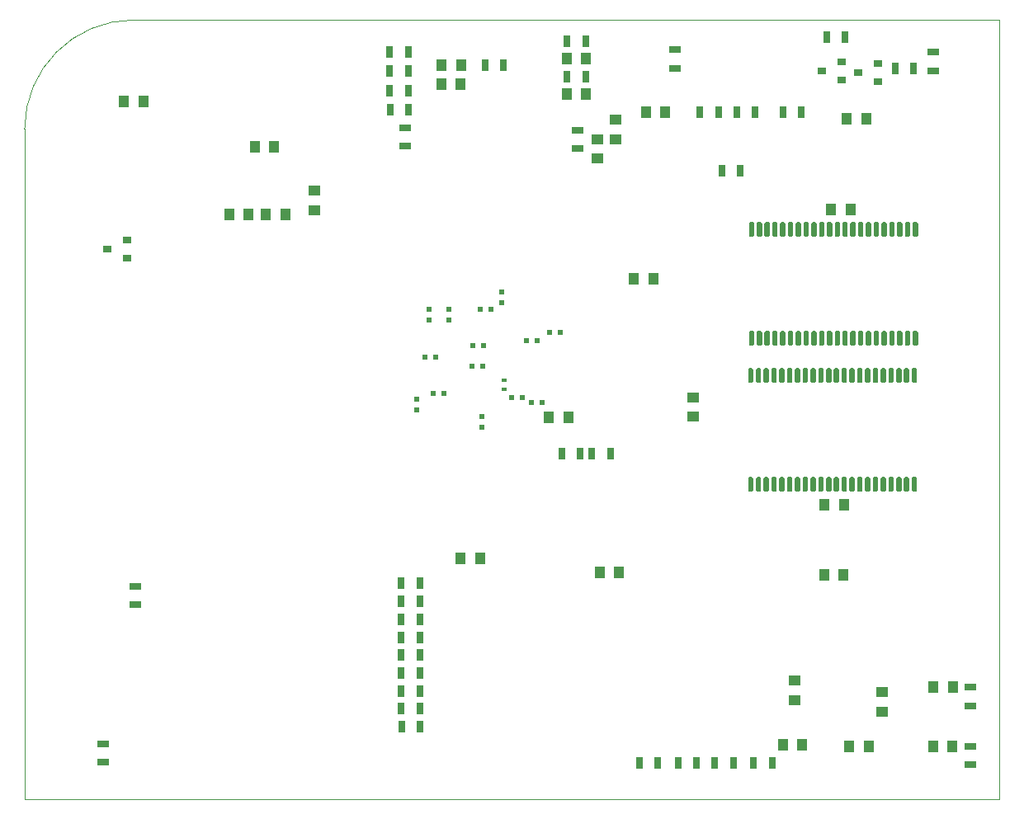
<source format=gbr>
G04 #@! TF.GenerationSoftware,KiCad,Pcbnew,(5.1.6)-1*
G04 #@! TF.CreationDate,2021-06-05T12:15:53+01:00*
G04 #@! TF.ProjectId,blit-cpu-mk3,626c6974-2d63-4707-952d-6d6b332e6b69,3.00*
G04 #@! TF.SameCoordinates,Original*
G04 #@! TF.FileFunction,Paste,Bot*
G04 #@! TF.FilePolarity,Positive*
%FSLAX46Y46*%
G04 Gerber Fmt 4.6, Leading zero omitted, Abs format (unit mm)*
G04 Created by KiCad (PCBNEW (5.1.6)-1) date 2021-06-05 12:15:53*
%MOMM*%
%LPD*%
G01*
G04 APERTURE LIST*
G04 #@! TA.AperFunction,Profile*
%ADD10C,0.050000*%
G04 #@! TD*
%ADD11R,0.700000X1.300000*%
%ADD12R,1.300000X0.700000*%
%ADD13R,0.600000X0.400000*%
%ADD14R,1.000000X1.250000*%
%ADD15R,1.250000X1.000000*%
%ADD16R,0.900000X0.800000*%
%ADD17R,0.600000X0.500000*%
%ADD18R,0.500000X0.600000*%
G04 APERTURE END LIST*
D10*
X122000000Y-102000000D02*
X87000000Y-102000000D01*
X122000000Y-22000000D02*
X122000000Y-102000000D01*
X33200000Y-22000000D02*
X122000000Y-22000000D01*
X22000000Y-102000000D02*
X22000000Y-33200000D01*
X22000000Y-33200000D02*
G75*
G02*
X33200000Y-22000000I11200000J0D01*
G01*
X22000000Y-102000000D02*
X87000000Y-102000000D01*
D11*
X77100000Y-66500000D03*
X79000000Y-66500000D03*
D12*
X30050000Y-98200000D03*
X30050000Y-96300000D03*
X33350000Y-80150000D03*
X33350000Y-82050000D03*
D11*
X82100000Y-66500000D03*
X80200000Y-66500000D03*
D13*
X71200000Y-59900000D03*
X71200000Y-59000000D03*
D14*
X83000000Y-78750000D03*
X81000000Y-78750000D03*
D12*
X119000000Y-98450000D03*
X119000000Y-96550000D03*
X119000000Y-92400000D03*
X119000000Y-90500000D03*
D11*
X95450000Y-37500000D03*
X93550000Y-37500000D03*
X93200000Y-31500000D03*
X91300000Y-31500000D03*
X59475000Y-25250000D03*
X61375000Y-25250000D03*
X71150000Y-26600000D03*
X69250000Y-26600000D03*
X59475000Y-27250000D03*
X61375000Y-27250000D03*
X59475000Y-29250000D03*
X61375000Y-29250000D03*
X61400000Y-31250000D03*
X59500000Y-31250000D03*
D12*
X61050000Y-33050000D03*
X61050000Y-34950000D03*
D11*
X79550000Y-27800000D03*
X77650000Y-27800000D03*
X79549500Y-24200000D03*
X77649500Y-24200000D03*
D12*
X78750000Y-35200000D03*
X78750000Y-33300000D03*
D11*
X106200000Y-23750000D03*
X104300000Y-23750000D03*
D12*
X115250000Y-27200000D03*
X115250000Y-25300000D03*
D11*
X113200000Y-27000000D03*
X111300000Y-27000000D03*
D12*
X88750000Y-26950000D03*
X88750000Y-25050000D03*
D11*
X95050000Y-31500000D03*
X96950000Y-31500000D03*
X101700000Y-31500000D03*
X99800000Y-31500000D03*
X96800000Y-98250000D03*
X98700000Y-98250000D03*
X92800000Y-98250000D03*
X94700000Y-98250000D03*
X89050000Y-98250000D03*
X90950000Y-98250000D03*
X85050000Y-98250000D03*
X86950000Y-98250000D03*
X60648600Y-79825800D03*
X62548600Y-79825800D03*
X60648600Y-81680000D03*
X62548600Y-81680000D03*
X60648600Y-83534200D03*
X62548600Y-83534200D03*
X60648600Y-85388400D03*
X62548600Y-85388400D03*
X60648600Y-87217200D03*
X62548600Y-87217200D03*
X60648600Y-89046000D03*
X62548600Y-89046000D03*
X60648600Y-90874800D03*
X62548600Y-90874800D03*
X60648600Y-92703600D03*
X62548600Y-92703600D03*
X60674000Y-94532400D03*
X62574000Y-94532400D03*
D15*
X101000000Y-89800000D03*
X101000000Y-91800000D03*
D14*
X108600000Y-96600000D03*
X106600000Y-96600000D03*
X117200000Y-96600000D03*
X115200000Y-96600000D03*
X117250000Y-90500000D03*
X115250000Y-90500000D03*
X68750000Y-77250000D03*
X66750000Y-77250000D03*
X86500000Y-48570000D03*
X84500000Y-48570000D03*
X99800000Y-96400000D03*
X101800000Y-96400000D03*
D15*
X110000000Y-93000000D03*
X110000000Y-91000000D03*
X82670000Y-32250000D03*
X82670000Y-34250000D03*
D14*
X87730000Y-31440000D03*
X85730000Y-31440000D03*
X64800000Y-26600000D03*
X66800000Y-26600000D03*
X79600000Y-29600000D03*
X77600000Y-29600000D03*
X79600000Y-26000000D03*
X77600000Y-26000000D03*
X45600000Y-34990000D03*
X47600000Y-34990000D03*
D15*
X51720000Y-39520000D03*
X51720000Y-41520000D03*
D14*
X43000000Y-42000000D03*
X45000000Y-42000000D03*
X48750000Y-42000000D03*
X46750000Y-42000000D03*
D15*
X80750000Y-36250000D03*
X80750000Y-34250000D03*
D14*
X104750000Y-41500000D03*
X106750000Y-41500000D03*
X106070000Y-71750000D03*
X104070000Y-71750000D03*
X104030000Y-78930000D03*
X106030000Y-78930000D03*
D15*
X90580000Y-62720000D03*
X90580000Y-60720000D03*
D14*
X75800000Y-62800000D03*
X77800000Y-62800000D03*
D16*
X32500000Y-44550000D03*
X32500000Y-46450000D03*
X30500000Y-45500000D03*
D17*
X67920000Y-57550000D03*
X69020000Y-57550000D03*
X69060000Y-55460000D03*
X67960000Y-55460000D03*
G36*
G01*
X96452500Y-42750000D02*
X96727500Y-42750000D01*
G75*
G02*
X96865000Y-42887500I0J-137500D01*
G01*
X96865000Y-44137500D01*
G75*
G02*
X96727500Y-44275000I-137500J0D01*
G01*
X96452500Y-44275000D01*
G75*
G02*
X96315000Y-44137500I0J137500D01*
G01*
X96315000Y-42887500D01*
G75*
G02*
X96452500Y-42750000I137500J0D01*
G01*
G37*
G36*
G01*
X97252500Y-42750000D02*
X97527500Y-42750000D01*
G75*
G02*
X97665000Y-42887500I0J-137500D01*
G01*
X97665000Y-44137500D01*
G75*
G02*
X97527500Y-44275000I-137500J0D01*
G01*
X97252500Y-44275000D01*
G75*
G02*
X97115000Y-44137500I0J137500D01*
G01*
X97115000Y-42887500D01*
G75*
G02*
X97252500Y-42750000I137500J0D01*
G01*
G37*
G36*
G01*
X98052500Y-42750000D02*
X98327500Y-42750000D01*
G75*
G02*
X98465000Y-42887500I0J-137500D01*
G01*
X98465000Y-44137500D01*
G75*
G02*
X98327500Y-44275000I-137500J0D01*
G01*
X98052500Y-44275000D01*
G75*
G02*
X97915000Y-44137500I0J137500D01*
G01*
X97915000Y-42887500D01*
G75*
G02*
X98052500Y-42750000I137500J0D01*
G01*
G37*
G36*
G01*
X98852500Y-42750000D02*
X99127500Y-42750000D01*
G75*
G02*
X99265000Y-42887500I0J-137500D01*
G01*
X99265000Y-44137500D01*
G75*
G02*
X99127500Y-44275000I-137500J0D01*
G01*
X98852500Y-44275000D01*
G75*
G02*
X98715000Y-44137500I0J137500D01*
G01*
X98715000Y-42887500D01*
G75*
G02*
X98852500Y-42750000I137500J0D01*
G01*
G37*
G36*
G01*
X99652500Y-42750000D02*
X99927500Y-42750000D01*
G75*
G02*
X100065000Y-42887500I0J-137500D01*
G01*
X100065000Y-44137500D01*
G75*
G02*
X99927500Y-44275000I-137500J0D01*
G01*
X99652500Y-44275000D01*
G75*
G02*
X99515000Y-44137500I0J137500D01*
G01*
X99515000Y-42887500D01*
G75*
G02*
X99652500Y-42750000I137500J0D01*
G01*
G37*
G36*
G01*
X100452500Y-42750000D02*
X100727500Y-42750000D01*
G75*
G02*
X100865000Y-42887500I0J-137500D01*
G01*
X100865000Y-44137500D01*
G75*
G02*
X100727500Y-44275000I-137500J0D01*
G01*
X100452500Y-44275000D01*
G75*
G02*
X100315000Y-44137500I0J137500D01*
G01*
X100315000Y-42887500D01*
G75*
G02*
X100452500Y-42750000I137500J0D01*
G01*
G37*
G36*
G01*
X101252500Y-42750000D02*
X101527500Y-42750000D01*
G75*
G02*
X101665000Y-42887500I0J-137500D01*
G01*
X101665000Y-44137500D01*
G75*
G02*
X101527500Y-44275000I-137500J0D01*
G01*
X101252500Y-44275000D01*
G75*
G02*
X101115000Y-44137500I0J137500D01*
G01*
X101115000Y-42887500D01*
G75*
G02*
X101252500Y-42750000I137500J0D01*
G01*
G37*
G36*
G01*
X102052500Y-42750000D02*
X102327500Y-42750000D01*
G75*
G02*
X102465000Y-42887500I0J-137500D01*
G01*
X102465000Y-44137500D01*
G75*
G02*
X102327500Y-44275000I-137500J0D01*
G01*
X102052500Y-44275000D01*
G75*
G02*
X101915000Y-44137500I0J137500D01*
G01*
X101915000Y-42887500D01*
G75*
G02*
X102052500Y-42750000I137500J0D01*
G01*
G37*
G36*
G01*
X102852500Y-42750000D02*
X103127500Y-42750000D01*
G75*
G02*
X103265000Y-42887500I0J-137500D01*
G01*
X103265000Y-44137500D01*
G75*
G02*
X103127500Y-44275000I-137500J0D01*
G01*
X102852500Y-44275000D01*
G75*
G02*
X102715000Y-44137500I0J137500D01*
G01*
X102715000Y-42887500D01*
G75*
G02*
X102852500Y-42750000I137500J0D01*
G01*
G37*
G36*
G01*
X103652500Y-42750000D02*
X103927500Y-42750000D01*
G75*
G02*
X104065000Y-42887500I0J-137500D01*
G01*
X104065000Y-44137500D01*
G75*
G02*
X103927500Y-44275000I-137500J0D01*
G01*
X103652500Y-44275000D01*
G75*
G02*
X103515000Y-44137500I0J137500D01*
G01*
X103515000Y-42887500D01*
G75*
G02*
X103652500Y-42750000I137500J0D01*
G01*
G37*
G36*
G01*
X104452500Y-42750000D02*
X104727500Y-42750000D01*
G75*
G02*
X104865000Y-42887500I0J-137500D01*
G01*
X104865000Y-44137500D01*
G75*
G02*
X104727500Y-44275000I-137500J0D01*
G01*
X104452500Y-44275000D01*
G75*
G02*
X104315000Y-44137500I0J137500D01*
G01*
X104315000Y-42887500D01*
G75*
G02*
X104452500Y-42750000I137500J0D01*
G01*
G37*
G36*
G01*
X105252500Y-42750000D02*
X105527500Y-42750000D01*
G75*
G02*
X105665000Y-42887500I0J-137500D01*
G01*
X105665000Y-44137500D01*
G75*
G02*
X105527500Y-44275000I-137500J0D01*
G01*
X105252500Y-44275000D01*
G75*
G02*
X105115000Y-44137500I0J137500D01*
G01*
X105115000Y-42887500D01*
G75*
G02*
X105252500Y-42750000I137500J0D01*
G01*
G37*
G36*
G01*
X106052500Y-42750000D02*
X106327500Y-42750000D01*
G75*
G02*
X106465000Y-42887500I0J-137500D01*
G01*
X106465000Y-44137500D01*
G75*
G02*
X106327500Y-44275000I-137500J0D01*
G01*
X106052500Y-44275000D01*
G75*
G02*
X105915000Y-44137500I0J137500D01*
G01*
X105915000Y-42887500D01*
G75*
G02*
X106052500Y-42750000I137500J0D01*
G01*
G37*
G36*
G01*
X106852500Y-42750000D02*
X107127500Y-42750000D01*
G75*
G02*
X107265000Y-42887500I0J-137500D01*
G01*
X107265000Y-44137500D01*
G75*
G02*
X107127500Y-44275000I-137500J0D01*
G01*
X106852500Y-44275000D01*
G75*
G02*
X106715000Y-44137500I0J137500D01*
G01*
X106715000Y-42887500D01*
G75*
G02*
X106852500Y-42750000I137500J0D01*
G01*
G37*
G36*
G01*
X107652500Y-42750000D02*
X107927500Y-42750000D01*
G75*
G02*
X108065000Y-42887500I0J-137500D01*
G01*
X108065000Y-44137500D01*
G75*
G02*
X107927500Y-44275000I-137500J0D01*
G01*
X107652500Y-44275000D01*
G75*
G02*
X107515000Y-44137500I0J137500D01*
G01*
X107515000Y-42887500D01*
G75*
G02*
X107652500Y-42750000I137500J0D01*
G01*
G37*
G36*
G01*
X108452500Y-42750000D02*
X108727500Y-42750000D01*
G75*
G02*
X108865000Y-42887500I0J-137500D01*
G01*
X108865000Y-44137500D01*
G75*
G02*
X108727500Y-44275000I-137500J0D01*
G01*
X108452500Y-44275000D01*
G75*
G02*
X108315000Y-44137500I0J137500D01*
G01*
X108315000Y-42887500D01*
G75*
G02*
X108452500Y-42750000I137500J0D01*
G01*
G37*
G36*
G01*
X109252500Y-42750000D02*
X109527500Y-42750000D01*
G75*
G02*
X109665000Y-42887500I0J-137500D01*
G01*
X109665000Y-44137500D01*
G75*
G02*
X109527500Y-44275000I-137500J0D01*
G01*
X109252500Y-44275000D01*
G75*
G02*
X109115000Y-44137500I0J137500D01*
G01*
X109115000Y-42887500D01*
G75*
G02*
X109252500Y-42750000I137500J0D01*
G01*
G37*
G36*
G01*
X110052500Y-42750000D02*
X110327500Y-42750000D01*
G75*
G02*
X110465000Y-42887500I0J-137500D01*
G01*
X110465000Y-44137500D01*
G75*
G02*
X110327500Y-44275000I-137500J0D01*
G01*
X110052500Y-44275000D01*
G75*
G02*
X109915000Y-44137500I0J137500D01*
G01*
X109915000Y-42887500D01*
G75*
G02*
X110052500Y-42750000I137500J0D01*
G01*
G37*
G36*
G01*
X110852500Y-42750000D02*
X111127500Y-42750000D01*
G75*
G02*
X111265000Y-42887500I0J-137500D01*
G01*
X111265000Y-44137500D01*
G75*
G02*
X111127500Y-44275000I-137500J0D01*
G01*
X110852500Y-44275000D01*
G75*
G02*
X110715000Y-44137500I0J137500D01*
G01*
X110715000Y-42887500D01*
G75*
G02*
X110852500Y-42750000I137500J0D01*
G01*
G37*
G36*
G01*
X111652500Y-42750000D02*
X111927500Y-42750000D01*
G75*
G02*
X112065000Y-42887500I0J-137500D01*
G01*
X112065000Y-44137500D01*
G75*
G02*
X111927500Y-44275000I-137500J0D01*
G01*
X111652500Y-44275000D01*
G75*
G02*
X111515000Y-44137500I0J137500D01*
G01*
X111515000Y-42887500D01*
G75*
G02*
X111652500Y-42750000I137500J0D01*
G01*
G37*
G36*
G01*
X112452500Y-42750000D02*
X112727500Y-42750000D01*
G75*
G02*
X112865000Y-42887500I0J-137500D01*
G01*
X112865000Y-44137500D01*
G75*
G02*
X112727500Y-44275000I-137500J0D01*
G01*
X112452500Y-44275000D01*
G75*
G02*
X112315000Y-44137500I0J137500D01*
G01*
X112315000Y-42887500D01*
G75*
G02*
X112452500Y-42750000I137500J0D01*
G01*
G37*
G36*
G01*
X113252500Y-42750000D02*
X113527500Y-42750000D01*
G75*
G02*
X113665000Y-42887500I0J-137500D01*
G01*
X113665000Y-44137500D01*
G75*
G02*
X113527500Y-44275000I-137500J0D01*
G01*
X113252500Y-44275000D01*
G75*
G02*
X113115000Y-44137500I0J137500D01*
G01*
X113115000Y-42887500D01*
G75*
G02*
X113252500Y-42750000I137500J0D01*
G01*
G37*
G36*
G01*
X113252500Y-53925000D02*
X113527500Y-53925000D01*
G75*
G02*
X113665000Y-54062500I0J-137500D01*
G01*
X113665000Y-55312500D01*
G75*
G02*
X113527500Y-55450000I-137500J0D01*
G01*
X113252500Y-55450000D01*
G75*
G02*
X113115000Y-55312500I0J137500D01*
G01*
X113115000Y-54062500D01*
G75*
G02*
X113252500Y-53925000I137500J0D01*
G01*
G37*
G36*
G01*
X112452500Y-53925000D02*
X112727500Y-53925000D01*
G75*
G02*
X112865000Y-54062500I0J-137500D01*
G01*
X112865000Y-55312500D01*
G75*
G02*
X112727500Y-55450000I-137500J0D01*
G01*
X112452500Y-55450000D01*
G75*
G02*
X112315000Y-55312500I0J137500D01*
G01*
X112315000Y-54062500D01*
G75*
G02*
X112452500Y-53925000I137500J0D01*
G01*
G37*
G36*
G01*
X111652500Y-53925000D02*
X111927500Y-53925000D01*
G75*
G02*
X112065000Y-54062500I0J-137500D01*
G01*
X112065000Y-55312500D01*
G75*
G02*
X111927500Y-55450000I-137500J0D01*
G01*
X111652500Y-55450000D01*
G75*
G02*
X111515000Y-55312500I0J137500D01*
G01*
X111515000Y-54062500D01*
G75*
G02*
X111652500Y-53925000I137500J0D01*
G01*
G37*
G36*
G01*
X110852500Y-53925000D02*
X111127500Y-53925000D01*
G75*
G02*
X111265000Y-54062500I0J-137500D01*
G01*
X111265000Y-55312500D01*
G75*
G02*
X111127500Y-55450000I-137500J0D01*
G01*
X110852500Y-55450000D01*
G75*
G02*
X110715000Y-55312500I0J137500D01*
G01*
X110715000Y-54062500D01*
G75*
G02*
X110852500Y-53925000I137500J0D01*
G01*
G37*
G36*
G01*
X110052500Y-53925000D02*
X110327500Y-53925000D01*
G75*
G02*
X110465000Y-54062500I0J-137500D01*
G01*
X110465000Y-55312500D01*
G75*
G02*
X110327500Y-55450000I-137500J0D01*
G01*
X110052500Y-55450000D01*
G75*
G02*
X109915000Y-55312500I0J137500D01*
G01*
X109915000Y-54062500D01*
G75*
G02*
X110052500Y-53925000I137500J0D01*
G01*
G37*
G36*
G01*
X109252500Y-53925000D02*
X109527500Y-53925000D01*
G75*
G02*
X109665000Y-54062500I0J-137500D01*
G01*
X109665000Y-55312500D01*
G75*
G02*
X109527500Y-55450000I-137500J0D01*
G01*
X109252500Y-55450000D01*
G75*
G02*
X109115000Y-55312500I0J137500D01*
G01*
X109115000Y-54062500D01*
G75*
G02*
X109252500Y-53925000I137500J0D01*
G01*
G37*
G36*
G01*
X108452500Y-53925000D02*
X108727500Y-53925000D01*
G75*
G02*
X108865000Y-54062500I0J-137500D01*
G01*
X108865000Y-55312500D01*
G75*
G02*
X108727500Y-55450000I-137500J0D01*
G01*
X108452500Y-55450000D01*
G75*
G02*
X108315000Y-55312500I0J137500D01*
G01*
X108315000Y-54062500D01*
G75*
G02*
X108452500Y-53925000I137500J0D01*
G01*
G37*
G36*
G01*
X107652500Y-53925000D02*
X107927500Y-53925000D01*
G75*
G02*
X108065000Y-54062500I0J-137500D01*
G01*
X108065000Y-55312500D01*
G75*
G02*
X107927500Y-55450000I-137500J0D01*
G01*
X107652500Y-55450000D01*
G75*
G02*
X107515000Y-55312500I0J137500D01*
G01*
X107515000Y-54062500D01*
G75*
G02*
X107652500Y-53925000I137500J0D01*
G01*
G37*
G36*
G01*
X106852500Y-53925000D02*
X107127500Y-53925000D01*
G75*
G02*
X107265000Y-54062500I0J-137500D01*
G01*
X107265000Y-55312500D01*
G75*
G02*
X107127500Y-55450000I-137500J0D01*
G01*
X106852500Y-55450000D01*
G75*
G02*
X106715000Y-55312500I0J137500D01*
G01*
X106715000Y-54062500D01*
G75*
G02*
X106852500Y-53925000I137500J0D01*
G01*
G37*
G36*
G01*
X106052500Y-53925000D02*
X106327500Y-53925000D01*
G75*
G02*
X106465000Y-54062500I0J-137500D01*
G01*
X106465000Y-55312500D01*
G75*
G02*
X106327500Y-55450000I-137500J0D01*
G01*
X106052500Y-55450000D01*
G75*
G02*
X105915000Y-55312500I0J137500D01*
G01*
X105915000Y-54062500D01*
G75*
G02*
X106052500Y-53925000I137500J0D01*
G01*
G37*
G36*
G01*
X105252500Y-53925000D02*
X105527500Y-53925000D01*
G75*
G02*
X105665000Y-54062500I0J-137500D01*
G01*
X105665000Y-55312500D01*
G75*
G02*
X105527500Y-55450000I-137500J0D01*
G01*
X105252500Y-55450000D01*
G75*
G02*
X105115000Y-55312500I0J137500D01*
G01*
X105115000Y-54062500D01*
G75*
G02*
X105252500Y-53925000I137500J0D01*
G01*
G37*
G36*
G01*
X104452500Y-53925000D02*
X104727500Y-53925000D01*
G75*
G02*
X104865000Y-54062500I0J-137500D01*
G01*
X104865000Y-55312500D01*
G75*
G02*
X104727500Y-55450000I-137500J0D01*
G01*
X104452500Y-55450000D01*
G75*
G02*
X104315000Y-55312500I0J137500D01*
G01*
X104315000Y-54062500D01*
G75*
G02*
X104452500Y-53925000I137500J0D01*
G01*
G37*
G36*
G01*
X103652500Y-53925000D02*
X103927500Y-53925000D01*
G75*
G02*
X104065000Y-54062500I0J-137500D01*
G01*
X104065000Y-55312500D01*
G75*
G02*
X103927500Y-55450000I-137500J0D01*
G01*
X103652500Y-55450000D01*
G75*
G02*
X103515000Y-55312500I0J137500D01*
G01*
X103515000Y-54062500D01*
G75*
G02*
X103652500Y-53925000I137500J0D01*
G01*
G37*
G36*
G01*
X102852500Y-53925000D02*
X103127500Y-53925000D01*
G75*
G02*
X103265000Y-54062500I0J-137500D01*
G01*
X103265000Y-55312500D01*
G75*
G02*
X103127500Y-55450000I-137500J0D01*
G01*
X102852500Y-55450000D01*
G75*
G02*
X102715000Y-55312500I0J137500D01*
G01*
X102715000Y-54062500D01*
G75*
G02*
X102852500Y-53925000I137500J0D01*
G01*
G37*
G36*
G01*
X102052500Y-53925000D02*
X102327500Y-53925000D01*
G75*
G02*
X102465000Y-54062500I0J-137500D01*
G01*
X102465000Y-55312500D01*
G75*
G02*
X102327500Y-55450000I-137500J0D01*
G01*
X102052500Y-55450000D01*
G75*
G02*
X101915000Y-55312500I0J137500D01*
G01*
X101915000Y-54062500D01*
G75*
G02*
X102052500Y-53925000I137500J0D01*
G01*
G37*
G36*
G01*
X101252500Y-53925000D02*
X101527500Y-53925000D01*
G75*
G02*
X101665000Y-54062500I0J-137500D01*
G01*
X101665000Y-55312500D01*
G75*
G02*
X101527500Y-55450000I-137500J0D01*
G01*
X101252500Y-55450000D01*
G75*
G02*
X101115000Y-55312500I0J137500D01*
G01*
X101115000Y-54062500D01*
G75*
G02*
X101252500Y-53925000I137500J0D01*
G01*
G37*
G36*
G01*
X100452500Y-53925000D02*
X100727500Y-53925000D01*
G75*
G02*
X100865000Y-54062500I0J-137500D01*
G01*
X100865000Y-55312500D01*
G75*
G02*
X100727500Y-55450000I-137500J0D01*
G01*
X100452500Y-55450000D01*
G75*
G02*
X100315000Y-55312500I0J137500D01*
G01*
X100315000Y-54062500D01*
G75*
G02*
X100452500Y-53925000I137500J0D01*
G01*
G37*
G36*
G01*
X99652500Y-53925000D02*
X99927500Y-53925000D01*
G75*
G02*
X100065000Y-54062500I0J-137500D01*
G01*
X100065000Y-55312500D01*
G75*
G02*
X99927500Y-55450000I-137500J0D01*
G01*
X99652500Y-55450000D01*
G75*
G02*
X99515000Y-55312500I0J137500D01*
G01*
X99515000Y-54062500D01*
G75*
G02*
X99652500Y-53925000I137500J0D01*
G01*
G37*
G36*
G01*
X98852500Y-53925000D02*
X99127500Y-53925000D01*
G75*
G02*
X99265000Y-54062500I0J-137500D01*
G01*
X99265000Y-55312500D01*
G75*
G02*
X99127500Y-55450000I-137500J0D01*
G01*
X98852500Y-55450000D01*
G75*
G02*
X98715000Y-55312500I0J137500D01*
G01*
X98715000Y-54062500D01*
G75*
G02*
X98852500Y-53925000I137500J0D01*
G01*
G37*
G36*
G01*
X98052500Y-53925000D02*
X98327500Y-53925000D01*
G75*
G02*
X98465000Y-54062500I0J-137500D01*
G01*
X98465000Y-55312500D01*
G75*
G02*
X98327500Y-55450000I-137500J0D01*
G01*
X98052500Y-55450000D01*
G75*
G02*
X97915000Y-55312500I0J137500D01*
G01*
X97915000Y-54062500D01*
G75*
G02*
X98052500Y-53925000I137500J0D01*
G01*
G37*
G36*
G01*
X97252500Y-53925000D02*
X97527500Y-53925000D01*
G75*
G02*
X97665000Y-54062500I0J-137500D01*
G01*
X97665000Y-55312500D01*
G75*
G02*
X97527500Y-55450000I-137500J0D01*
G01*
X97252500Y-55450000D01*
G75*
G02*
X97115000Y-55312500I0J137500D01*
G01*
X97115000Y-54062500D01*
G75*
G02*
X97252500Y-53925000I137500J0D01*
G01*
G37*
G36*
G01*
X96452500Y-53925000D02*
X96727500Y-53925000D01*
G75*
G02*
X96865000Y-54062500I0J-137500D01*
G01*
X96865000Y-55312500D01*
G75*
G02*
X96727500Y-55450000I-137500J0D01*
G01*
X96452500Y-55450000D01*
G75*
G02*
X96315000Y-55312500I0J137500D01*
G01*
X96315000Y-54062500D01*
G75*
G02*
X96452500Y-53925000I137500J0D01*
G01*
G37*
G36*
G01*
X96362500Y-57750000D02*
X96637500Y-57750000D01*
G75*
G02*
X96775000Y-57887500I0J-137500D01*
G01*
X96775000Y-59137500D01*
G75*
G02*
X96637500Y-59275000I-137500J0D01*
G01*
X96362500Y-59275000D01*
G75*
G02*
X96225000Y-59137500I0J137500D01*
G01*
X96225000Y-57887500D01*
G75*
G02*
X96362500Y-57750000I137500J0D01*
G01*
G37*
G36*
G01*
X97162500Y-57750000D02*
X97437500Y-57750000D01*
G75*
G02*
X97575000Y-57887500I0J-137500D01*
G01*
X97575000Y-59137500D01*
G75*
G02*
X97437500Y-59275000I-137500J0D01*
G01*
X97162500Y-59275000D01*
G75*
G02*
X97025000Y-59137500I0J137500D01*
G01*
X97025000Y-57887500D01*
G75*
G02*
X97162500Y-57750000I137500J0D01*
G01*
G37*
G36*
G01*
X97962500Y-57750000D02*
X98237500Y-57750000D01*
G75*
G02*
X98375000Y-57887500I0J-137500D01*
G01*
X98375000Y-59137500D01*
G75*
G02*
X98237500Y-59275000I-137500J0D01*
G01*
X97962500Y-59275000D01*
G75*
G02*
X97825000Y-59137500I0J137500D01*
G01*
X97825000Y-57887500D01*
G75*
G02*
X97962500Y-57750000I137500J0D01*
G01*
G37*
G36*
G01*
X98762500Y-57750000D02*
X99037500Y-57750000D01*
G75*
G02*
X99175000Y-57887500I0J-137500D01*
G01*
X99175000Y-59137500D01*
G75*
G02*
X99037500Y-59275000I-137500J0D01*
G01*
X98762500Y-59275000D01*
G75*
G02*
X98625000Y-59137500I0J137500D01*
G01*
X98625000Y-57887500D01*
G75*
G02*
X98762500Y-57750000I137500J0D01*
G01*
G37*
G36*
G01*
X99562500Y-57750000D02*
X99837500Y-57750000D01*
G75*
G02*
X99975000Y-57887500I0J-137500D01*
G01*
X99975000Y-59137500D01*
G75*
G02*
X99837500Y-59275000I-137500J0D01*
G01*
X99562500Y-59275000D01*
G75*
G02*
X99425000Y-59137500I0J137500D01*
G01*
X99425000Y-57887500D01*
G75*
G02*
X99562500Y-57750000I137500J0D01*
G01*
G37*
G36*
G01*
X100362500Y-57750000D02*
X100637500Y-57750000D01*
G75*
G02*
X100775000Y-57887500I0J-137500D01*
G01*
X100775000Y-59137500D01*
G75*
G02*
X100637500Y-59275000I-137500J0D01*
G01*
X100362500Y-59275000D01*
G75*
G02*
X100225000Y-59137500I0J137500D01*
G01*
X100225000Y-57887500D01*
G75*
G02*
X100362500Y-57750000I137500J0D01*
G01*
G37*
G36*
G01*
X101162500Y-57750000D02*
X101437500Y-57750000D01*
G75*
G02*
X101575000Y-57887500I0J-137500D01*
G01*
X101575000Y-59137500D01*
G75*
G02*
X101437500Y-59275000I-137500J0D01*
G01*
X101162500Y-59275000D01*
G75*
G02*
X101025000Y-59137500I0J137500D01*
G01*
X101025000Y-57887500D01*
G75*
G02*
X101162500Y-57750000I137500J0D01*
G01*
G37*
G36*
G01*
X101962500Y-57750000D02*
X102237500Y-57750000D01*
G75*
G02*
X102375000Y-57887500I0J-137500D01*
G01*
X102375000Y-59137500D01*
G75*
G02*
X102237500Y-59275000I-137500J0D01*
G01*
X101962500Y-59275000D01*
G75*
G02*
X101825000Y-59137500I0J137500D01*
G01*
X101825000Y-57887500D01*
G75*
G02*
X101962500Y-57750000I137500J0D01*
G01*
G37*
G36*
G01*
X102762500Y-57750000D02*
X103037500Y-57750000D01*
G75*
G02*
X103175000Y-57887500I0J-137500D01*
G01*
X103175000Y-59137500D01*
G75*
G02*
X103037500Y-59275000I-137500J0D01*
G01*
X102762500Y-59275000D01*
G75*
G02*
X102625000Y-59137500I0J137500D01*
G01*
X102625000Y-57887500D01*
G75*
G02*
X102762500Y-57750000I137500J0D01*
G01*
G37*
G36*
G01*
X103562500Y-57750000D02*
X103837500Y-57750000D01*
G75*
G02*
X103975000Y-57887500I0J-137500D01*
G01*
X103975000Y-59137500D01*
G75*
G02*
X103837500Y-59275000I-137500J0D01*
G01*
X103562500Y-59275000D01*
G75*
G02*
X103425000Y-59137500I0J137500D01*
G01*
X103425000Y-57887500D01*
G75*
G02*
X103562500Y-57750000I137500J0D01*
G01*
G37*
G36*
G01*
X104362500Y-57750000D02*
X104637500Y-57750000D01*
G75*
G02*
X104775000Y-57887500I0J-137500D01*
G01*
X104775000Y-59137500D01*
G75*
G02*
X104637500Y-59275000I-137500J0D01*
G01*
X104362500Y-59275000D01*
G75*
G02*
X104225000Y-59137500I0J137500D01*
G01*
X104225000Y-57887500D01*
G75*
G02*
X104362500Y-57750000I137500J0D01*
G01*
G37*
G36*
G01*
X105162500Y-57750000D02*
X105437500Y-57750000D01*
G75*
G02*
X105575000Y-57887500I0J-137500D01*
G01*
X105575000Y-59137500D01*
G75*
G02*
X105437500Y-59275000I-137500J0D01*
G01*
X105162500Y-59275000D01*
G75*
G02*
X105025000Y-59137500I0J137500D01*
G01*
X105025000Y-57887500D01*
G75*
G02*
X105162500Y-57750000I137500J0D01*
G01*
G37*
G36*
G01*
X105962500Y-57750000D02*
X106237500Y-57750000D01*
G75*
G02*
X106375000Y-57887500I0J-137500D01*
G01*
X106375000Y-59137500D01*
G75*
G02*
X106237500Y-59275000I-137500J0D01*
G01*
X105962500Y-59275000D01*
G75*
G02*
X105825000Y-59137500I0J137500D01*
G01*
X105825000Y-57887500D01*
G75*
G02*
X105962500Y-57750000I137500J0D01*
G01*
G37*
G36*
G01*
X106762500Y-57750000D02*
X107037500Y-57750000D01*
G75*
G02*
X107175000Y-57887500I0J-137500D01*
G01*
X107175000Y-59137500D01*
G75*
G02*
X107037500Y-59275000I-137500J0D01*
G01*
X106762500Y-59275000D01*
G75*
G02*
X106625000Y-59137500I0J137500D01*
G01*
X106625000Y-57887500D01*
G75*
G02*
X106762500Y-57750000I137500J0D01*
G01*
G37*
G36*
G01*
X107562500Y-57750000D02*
X107837500Y-57750000D01*
G75*
G02*
X107975000Y-57887500I0J-137500D01*
G01*
X107975000Y-59137500D01*
G75*
G02*
X107837500Y-59275000I-137500J0D01*
G01*
X107562500Y-59275000D01*
G75*
G02*
X107425000Y-59137500I0J137500D01*
G01*
X107425000Y-57887500D01*
G75*
G02*
X107562500Y-57750000I137500J0D01*
G01*
G37*
G36*
G01*
X108362500Y-57750000D02*
X108637500Y-57750000D01*
G75*
G02*
X108775000Y-57887500I0J-137500D01*
G01*
X108775000Y-59137500D01*
G75*
G02*
X108637500Y-59275000I-137500J0D01*
G01*
X108362500Y-59275000D01*
G75*
G02*
X108225000Y-59137500I0J137500D01*
G01*
X108225000Y-57887500D01*
G75*
G02*
X108362500Y-57750000I137500J0D01*
G01*
G37*
G36*
G01*
X109162500Y-57750000D02*
X109437500Y-57750000D01*
G75*
G02*
X109575000Y-57887500I0J-137500D01*
G01*
X109575000Y-59137500D01*
G75*
G02*
X109437500Y-59275000I-137500J0D01*
G01*
X109162500Y-59275000D01*
G75*
G02*
X109025000Y-59137500I0J137500D01*
G01*
X109025000Y-57887500D01*
G75*
G02*
X109162500Y-57750000I137500J0D01*
G01*
G37*
G36*
G01*
X109962500Y-57750000D02*
X110237500Y-57750000D01*
G75*
G02*
X110375000Y-57887500I0J-137500D01*
G01*
X110375000Y-59137500D01*
G75*
G02*
X110237500Y-59275000I-137500J0D01*
G01*
X109962500Y-59275000D01*
G75*
G02*
X109825000Y-59137500I0J137500D01*
G01*
X109825000Y-57887500D01*
G75*
G02*
X109962500Y-57750000I137500J0D01*
G01*
G37*
G36*
G01*
X110762500Y-57750000D02*
X111037500Y-57750000D01*
G75*
G02*
X111175000Y-57887500I0J-137500D01*
G01*
X111175000Y-59137500D01*
G75*
G02*
X111037500Y-59275000I-137500J0D01*
G01*
X110762500Y-59275000D01*
G75*
G02*
X110625000Y-59137500I0J137500D01*
G01*
X110625000Y-57887500D01*
G75*
G02*
X110762500Y-57750000I137500J0D01*
G01*
G37*
G36*
G01*
X111562500Y-57750000D02*
X111837500Y-57750000D01*
G75*
G02*
X111975000Y-57887500I0J-137500D01*
G01*
X111975000Y-59137500D01*
G75*
G02*
X111837500Y-59275000I-137500J0D01*
G01*
X111562500Y-59275000D01*
G75*
G02*
X111425000Y-59137500I0J137500D01*
G01*
X111425000Y-57887500D01*
G75*
G02*
X111562500Y-57750000I137500J0D01*
G01*
G37*
G36*
G01*
X112362500Y-57750000D02*
X112637500Y-57750000D01*
G75*
G02*
X112775000Y-57887500I0J-137500D01*
G01*
X112775000Y-59137500D01*
G75*
G02*
X112637500Y-59275000I-137500J0D01*
G01*
X112362500Y-59275000D01*
G75*
G02*
X112225000Y-59137500I0J137500D01*
G01*
X112225000Y-57887500D01*
G75*
G02*
X112362500Y-57750000I137500J0D01*
G01*
G37*
G36*
G01*
X113162500Y-57750000D02*
X113437500Y-57750000D01*
G75*
G02*
X113575000Y-57887500I0J-137500D01*
G01*
X113575000Y-59137500D01*
G75*
G02*
X113437500Y-59275000I-137500J0D01*
G01*
X113162500Y-59275000D01*
G75*
G02*
X113025000Y-59137500I0J137500D01*
G01*
X113025000Y-57887500D01*
G75*
G02*
X113162500Y-57750000I137500J0D01*
G01*
G37*
G36*
G01*
X113162500Y-68925000D02*
X113437500Y-68925000D01*
G75*
G02*
X113575000Y-69062500I0J-137500D01*
G01*
X113575000Y-70312500D01*
G75*
G02*
X113437500Y-70450000I-137500J0D01*
G01*
X113162500Y-70450000D01*
G75*
G02*
X113025000Y-70312500I0J137500D01*
G01*
X113025000Y-69062500D01*
G75*
G02*
X113162500Y-68925000I137500J0D01*
G01*
G37*
G36*
G01*
X112362500Y-68925000D02*
X112637500Y-68925000D01*
G75*
G02*
X112775000Y-69062500I0J-137500D01*
G01*
X112775000Y-70312500D01*
G75*
G02*
X112637500Y-70450000I-137500J0D01*
G01*
X112362500Y-70450000D01*
G75*
G02*
X112225000Y-70312500I0J137500D01*
G01*
X112225000Y-69062500D01*
G75*
G02*
X112362500Y-68925000I137500J0D01*
G01*
G37*
G36*
G01*
X111562500Y-68925000D02*
X111837500Y-68925000D01*
G75*
G02*
X111975000Y-69062500I0J-137500D01*
G01*
X111975000Y-70312500D01*
G75*
G02*
X111837500Y-70450000I-137500J0D01*
G01*
X111562500Y-70450000D01*
G75*
G02*
X111425000Y-70312500I0J137500D01*
G01*
X111425000Y-69062500D01*
G75*
G02*
X111562500Y-68925000I137500J0D01*
G01*
G37*
G36*
G01*
X110762500Y-68925000D02*
X111037500Y-68925000D01*
G75*
G02*
X111175000Y-69062500I0J-137500D01*
G01*
X111175000Y-70312500D01*
G75*
G02*
X111037500Y-70450000I-137500J0D01*
G01*
X110762500Y-70450000D01*
G75*
G02*
X110625000Y-70312500I0J137500D01*
G01*
X110625000Y-69062500D01*
G75*
G02*
X110762500Y-68925000I137500J0D01*
G01*
G37*
G36*
G01*
X109962500Y-68925000D02*
X110237500Y-68925000D01*
G75*
G02*
X110375000Y-69062500I0J-137500D01*
G01*
X110375000Y-70312500D01*
G75*
G02*
X110237500Y-70450000I-137500J0D01*
G01*
X109962500Y-70450000D01*
G75*
G02*
X109825000Y-70312500I0J137500D01*
G01*
X109825000Y-69062500D01*
G75*
G02*
X109962500Y-68925000I137500J0D01*
G01*
G37*
G36*
G01*
X109162500Y-68925000D02*
X109437500Y-68925000D01*
G75*
G02*
X109575000Y-69062500I0J-137500D01*
G01*
X109575000Y-70312500D01*
G75*
G02*
X109437500Y-70450000I-137500J0D01*
G01*
X109162500Y-70450000D01*
G75*
G02*
X109025000Y-70312500I0J137500D01*
G01*
X109025000Y-69062500D01*
G75*
G02*
X109162500Y-68925000I137500J0D01*
G01*
G37*
G36*
G01*
X108362500Y-68925000D02*
X108637500Y-68925000D01*
G75*
G02*
X108775000Y-69062500I0J-137500D01*
G01*
X108775000Y-70312500D01*
G75*
G02*
X108637500Y-70450000I-137500J0D01*
G01*
X108362500Y-70450000D01*
G75*
G02*
X108225000Y-70312500I0J137500D01*
G01*
X108225000Y-69062500D01*
G75*
G02*
X108362500Y-68925000I137500J0D01*
G01*
G37*
G36*
G01*
X107562500Y-68925000D02*
X107837500Y-68925000D01*
G75*
G02*
X107975000Y-69062500I0J-137500D01*
G01*
X107975000Y-70312500D01*
G75*
G02*
X107837500Y-70450000I-137500J0D01*
G01*
X107562500Y-70450000D01*
G75*
G02*
X107425000Y-70312500I0J137500D01*
G01*
X107425000Y-69062500D01*
G75*
G02*
X107562500Y-68925000I137500J0D01*
G01*
G37*
G36*
G01*
X106762500Y-68925000D02*
X107037500Y-68925000D01*
G75*
G02*
X107175000Y-69062500I0J-137500D01*
G01*
X107175000Y-70312500D01*
G75*
G02*
X107037500Y-70450000I-137500J0D01*
G01*
X106762500Y-70450000D01*
G75*
G02*
X106625000Y-70312500I0J137500D01*
G01*
X106625000Y-69062500D01*
G75*
G02*
X106762500Y-68925000I137500J0D01*
G01*
G37*
G36*
G01*
X105962500Y-68925000D02*
X106237500Y-68925000D01*
G75*
G02*
X106375000Y-69062500I0J-137500D01*
G01*
X106375000Y-70312500D01*
G75*
G02*
X106237500Y-70450000I-137500J0D01*
G01*
X105962500Y-70450000D01*
G75*
G02*
X105825000Y-70312500I0J137500D01*
G01*
X105825000Y-69062500D01*
G75*
G02*
X105962500Y-68925000I137500J0D01*
G01*
G37*
G36*
G01*
X105162500Y-68925000D02*
X105437500Y-68925000D01*
G75*
G02*
X105575000Y-69062500I0J-137500D01*
G01*
X105575000Y-70312500D01*
G75*
G02*
X105437500Y-70450000I-137500J0D01*
G01*
X105162500Y-70450000D01*
G75*
G02*
X105025000Y-70312500I0J137500D01*
G01*
X105025000Y-69062500D01*
G75*
G02*
X105162500Y-68925000I137500J0D01*
G01*
G37*
G36*
G01*
X104362500Y-68925000D02*
X104637500Y-68925000D01*
G75*
G02*
X104775000Y-69062500I0J-137500D01*
G01*
X104775000Y-70312500D01*
G75*
G02*
X104637500Y-70450000I-137500J0D01*
G01*
X104362500Y-70450000D01*
G75*
G02*
X104225000Y-70312500I0J137500D01*
G01*
X104225000Y-69062500D01*
G75*
G02*
X104362500Y-68925000I137500J0D01*
G01*
G37*
G36*
G01*
X103562500Y-68925000D02*
X103837500Y-68925000D01*
G75*
G02*
X103975000Y-69062500I0J-137500D01*
G01*
X103975000Y-70312500D01*
G75*
G02*
X103837500Y-70450000I-137500J0D01*
G01*
X103562500Y-70450000D01*
G75*
G02*
X103425000Y-70312500I0J137500D01*
G01*
X103425000Y-69062500D01*
G75*
G02*
X103562500Y-68925000I137500J0D01*
G01*
G37*
G36*
G01*
X102762500Y-68925000D02*
X103037500Y-68925000D01*
G75*
G02*
X103175000Y-69062500I0J-137500D01*
G01*
X103175000Y-70312500D01*
G75*
G02*
X103037500Y-70450000I-137500J0D01*
G01*
X102762500Y-70450000D01*
G75*
G02*
X102625000Y-70312500I0J137500D01*
G01*
X102625000Y-69062500D01*
G75*
G02*
X102762500Y-68925000I137500J0D01*
G01*
G37*
G36*
G01*
X101962500Y-68925000D02*
X102237500Y-68925000D01*
G75*
G02*
X102375000Y-69062500I0J-137500D01*
G01*
X102375000Y-70312500D01*
G75*
G02*
X102237500Y-70450000I-137500J0D01*
G01*
X101962500Y-70450000D01*
G75*
G02*
X101825000Y-70312500I0J137500D01*
G01*
X101825000Y-69062500D01*
G75*
G02*
X101962500Y-68925000I137500J0D01*
G01*
G37*
G36*
G01*
X101162500Y-68925000D02*
X101437500Y-68925000D01*
G75*
G02*
X101575000Y-69062500I0J-137500D01*
G01*
X101575000Y-70312500D01*
G75*
G02*
X101437500Y-70450000I-137500J0D01*
G01*
X101162500Y-70450000D01*
G75*
G02*
X101025000Y-70312500I0J137500D01*
G01*
X101025000Y-69062500D01*
G75*
G02*
X101162500Y-68925000I137500J0D01*
G01*
G37*
G36*
G01*
X100362500Y-68925000D02*
X100637500Y-68925000D01*
G75*
G02*
X100775000Y-69062500I0J-137500D01*
G01*
X100775000Y-70312500D01*
G75*
G02*
X100637500Y-70450000I-137500J0D01*
G01*
X100362500Y-70450000D01*
G75*
G02*
X100225000Y-70312500I0J137500D01*
G01*
X100225000Y-69062500D01*
G75*
G02*
X100362500Y-68925000I137500J0D01*
G01*
G37*
G36*
G01*
X99562500Y-68925000D02*
X99837500Y-68925000D01*
G75*
G02*
X99975000Y-69062500I0J-137500D01*
G01*
X99975000Y-70312500D01*
G75*
G02*
X99837500Y-70450000I-137500J0D01*
G01*
X99562500Y-70450000D01*
G75*
G02*
X99425000Y-70312500I0J137500D01*
G01*
X99425000Y-69062500D01*
G75*
G02*
X99562500Y-68925000I137500J0D01*
G01*
G37*
G36*
G01*
X98762500Y-68925000D02*
X99037500Y-68925000D01*
G75*
G02*
X99175000Y-69062500I0J-137500D01*
G01*
X99175000Y-70312500D01*
G75*
G02*
X99037500Y-70450000I-137500J0D01*
G01*
X98762500Y-70450000D01*
G75*
G02*
X98625000Y-70312500I0J137500D01*
G01*
X98625000Y-69062500D01*
G75*
G02*
X98762500Y-68925000I137500J0D01*
G01*
G37*
G36*
G01*
X97962500Y-68925000D02*
X98237500Y-68925000D01*
G75*
G02*
X98375000Y-69062500I0J-137500D01*
G01*
X98375000Y-70312500D01*
G75*
G02*
X98237500Y-70450000I-137500J0D01*
G01*
X97962500Y-70450000D01*
G75*
G02*
X97825000Y-70312500I0J137500D01*
G01*
X97825000Y-69062500D01*
G75*
G02*
X97962500Y-68925000I137500J0D01*
G01*
G37*
G36*
G01*
X97162500Y-68925000D02*
X97437500Y-68925000D01*
G75*
G02*
X97575000Y-69062500I0J-137500D01*
G01*
X97575000Y-70312500D01*
G75*
G02*
X97437500Y-70450000I-137500J0D01*
G01*
X97162500Y-70450000D01*
G75*
G02*
X97025000Y-70312500I0J137500D01*
G01*
X97025000Y-69062500D01*
G75*
G02*
X97162500Y-68925000I137500J0D01*
G01*
G37*
G36*
G01*
X96362500Y-68925000D02*
X96637500Y-68925000D01*
G75*
G02*
X96775000Y-69062500I0J-137500D01*
G01*
X96775000Y-70312500D01*
G75*
G02*
X96637500Y-70450000I-137500J0D01*
G01*
X96362500Y-70450000D01*
G75*
G02*
X96225000Y-70312500I0J137500D01*
G01*
X96225000Y-69062500D01*
G75*
G02*
X96362500Y-68925000I137500J0D01*
G01*
G37*
X75870000Y-54070000D03*
X76970000Y-54070000D03*
X64170000Y-56600000D03*
X63070000Y-56600000D03*
D18*
X68950000Y-62700000D03*
X68950000Y-63800000D03*
D17*
X69830000Y-51710000D03*
X68730000Y-51710000D03*
X65030000Y-60310000D03*
X63930000Y-60310000D03*
X73510000Y-54890000D03*
X74610000Y-54890000D03*
X73980000Y-61240000D03*
X75080000Y-61240000D03*
D18*
X65500000Y-52800000D03*
X65500000Y-51700000D03*
X63500000Y-52800000D03*
X63500000Y-51700000D03*
D17*
X73050000Y-60750000D03*
X71950000Y-60750000D03*
D18*
X62230000Y-60940000D03*
X62230000Y-62040000D03*
X70970000Y-51050000D03*
X70970000Y-49950000D03*
D16*
X109560000Y-26450000D03*
X109560000Y-28350000D03*
X107560000Y-27400000D03*
X105840000Y-26300000D03*
X105840000Y-28200000D03*
X103840000Y-27250000D03*
D14*
X64740000Y-28600000D03*
X66740000Y-28600000D03*
X106340000Y-32110000D03*
X108340000Y-32110000D03*
X32200000Y-30400000D03*
X34200000Y-30400000D03*
M02*

</source>
